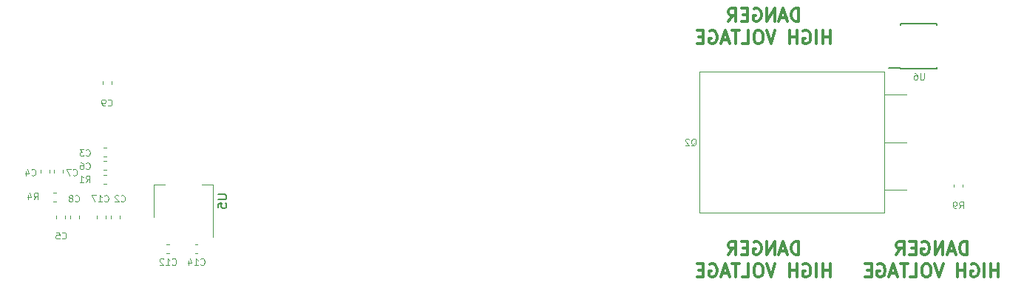
<source format=gbr>
G04 #@! TF.GenerationSoftware,KiCad,Pcbnew,5.0.2-bee76a0~70~ubuntu18.04.1*
G04 #@! TF.CreationDate,2019-10-29T17:05:40+01:00*
G04 #@! TF.ProjectId,emfi,656d6669-2e6b-4696-9361-645f70636258,0.1*
G04 #@! TF.SameCoordinates,Original*
G04 #@! TF.FileFunction,Legend,Bot*
G04 #@! TF.FilePolarity,Positive*
%FSLAX46Y46*%
G04 Gerber Fmt 4.6, Leading zero omitted, Abs format (unit mm)*
G04 Created by KiCad (PCBNEW 5.0.2-bee76a0~70~ubuntu18.04.1) date mar. 29 oct. 2019 17:05:40 CET*
%MOMM*%
%LPD*%
G01*
G04 APERTURE LIST*
%ADD10C,0.300000*%
%ADD11C,0.120000*%
%ADD12C,0.150000*%
%ADD13C,0.125000*%
G04 APERTURE END LIST*
D10*
X165250000Y-59903571D02*
X165250000Y-58403571D01*
X164892857Y-58403571D01*
X164678571Y-58475000D01*
X164535714Y-58617857D01*
X164464285Y-58760714D01*
X164392857Y-59046428D01*
X164392857Y-59260714D01*
X164464285Y-59546428D01*
X164535714Y-59689285D01*
X164678571Y-59832142D01*
X164892857Y-59903571D01*
X165250000Y-59903571D01*
X163821428Y-59475000D02*
X163107142Y-59475000D01*
X163964285Y-59903571D02*
X163464285Y-58403571D01*
X162964285Y-59903571D01*
X162464285Y-59903571D02*
X162464285Y-58403571D01*
X161607142Y-59903571D01*
X161607142Y-58403571D01*
X160107142Y-58475000D02*
X160250000Y-58403571D01*
X160464285Y-58403571D01*
X160678571Y-58475000D01*
X160821428Y-58617857D01*
X160892857Y-58760714D01*
X160964285Y-59046428D01*
X160964285Y-59260714D01*
X160892857Y-59546428D01*
X160821428Y-59689285D01*
X160678571Y-59832142D01*
X160464285Y-59903571D01*
X160321428Y-59903571D01*
X160107142Y-59832142D01*
X160035714Y-59760714D01*
X160035714Y-59260714D01*
X160321428Y-59260714D01*
X159392857Y-59117857D02*
X158892857Y-59117857D01*
X158678571Y-59903571D02*
X159392857Y-59903571D01*
X159392857Y-58403571D01*
X158678571Y-58403571D01*
X157178571Y-59903571D02*
X157678571Y-59189285D01*
X158035714Y-59903571D02*
X158035714Y-58403571D01*
X157464285Y-58403571D01*
X157321428Y-58475000D01*
X157250000Y-58546428D01*
X157178571Y-58689285D01*
X157178571Y-58903571D01*
X157250000Y-59046428D01*
X157321428Y-59117857D01*
X157464285Y-59189285D01*
X158035714Y-59189285D01*
X168821428Y-62453571D02*
X168821428Y-60953571D01*
X168821428Y-61667857D02*
X167964285Y-61667857D01*
X167964285Y-62453571D02*
X167964285Y-60953571D01*
X167250000Y-62453571D02*
X167250000Y-60953571D01*
X165750000Y-61025000D02*
X165892857Y-60953571D01*
X166107142Y-60953571D01*
X166321428Y-61025000D01*
X166464285Y-61167857D01*
X166535714Y-61310714D01*
X166607142Y-61596428D01*
X166607142Y-61810714D01*
X166535714Y-62096428D01*
X166464285Y-62239285D01*
X166321428Y-62382142D01*
X166107142Y-62453571D01*
X165964285Y-62453571D01*
X165750000Y-62382142D01*
X165678571Y-62310714D01*
X165678571Y-61810714D01*
X165964285Y-61810714D01*
X165035714Y-62453571D02*
X165035714Y-60953571D01*
X165035714Y-61667857D02*
X164178571Y-61667857D01*
X164178571Y-62453571D02*
X164178571Y-60953571D01*
X162535714Y-60953571D02*
X162035714Y-62453571D01*
X161535714Y-60953571D01*
X160750000Y-60953571D02*
X160464285Y-60953571D01*
X160321428Y-61025000D01*
X160178571Y-61167857D01*
X160107142Y-61453571D01*
X160107142Y-61953571D01*
X160178571Y-62239285D01*
X160321428Y-62382142D01*
X160464285Y-62453571D01*
X160750000Y-62453571D01*
X160892857Y-62382142D01*
X161035714Y-62239285D01*
X161107142Y-61953571D01*
X161107142Y-61453571D01*
X161035714Y-61167857D01*
X160892857Y-61025000D01*
X160750000Y-60953571D01*
X158750000Y-62453571D02*
X159464285Y-62453571D01*
X159464285Y-60953571D01*
X158464285Y-60953571D02*
X157607142Y-60953571D01*
X158035714Y-62453571D02*
X158035714Y-60953571D01*
X157178571Y-62025000D02*
X156464285Y-62025000D01*
X157321428Y-62453571D02*
X156821428Y-60953571D01*
X156321428Y-62453571D01*
X155035714Y-61025000D02*
X155178571Y-60953571D01*
X155392857Y-60953571D01*
X155607142Y-61025000D01*
X155750000Y-61167857D01*
X155821428Y-61310714D01*
X155892857Y-61596428D01*
X155892857Y-61810714D01*
X155821428Y-62096428D01*
X155750000Y-62239285D01*
X155607142Y-62382142D01*
X155392857Y-62453571D01*
X155250000Y-62453571D01*
X155035714Y-62382142D01*
X154964285Y-62310714D01*
X154964285Y-61810714D01*
X155250000Y-61810714D01*
X154321428Y-61667857D02*
X153821428Y-61667857D01*
X153607142Y-62453571D02*
X154321428Y-62453571D01*
X154321428Y-60953571D01*
X153607142Y-60953571D01*
X146000000Y-33153571D02*
X146000000Y-31653571D01*
X145642857Y-31653571D01*
X145428571Y-31725000D01*
X145285714Y-31867857D01*
X145214285Y-32010714D01*
X145142857Y-32296428D01*
X145142857Y-32510714D01*
X145214285Y-32796428D01*
X145285714Y-32939285D01*
X145428571Y-33082142D01*
X145642857Y-33153571D01*
X146000000Y-33153571D01*
X144571428Y-32725000D02*
X143857142Y-32725000D01*
X144714285Y-33153571D02*
X144214285Y-31653571D01*
X143714285Y-33153571D01*
X143214285Y-33153571D02*
X143214285Y-31653571D01*
X142357142Y-33153571D01*
X142357142Y-31653571D01*
X140857142Y-31725000D02*
X141000000Y-31653571D01*
X141214285Y-31653571D01*
X141428571Y-31725000D01*
X141571428Y-31867857D01*
X141642857Y-32010714D01*
X141714285Y-32296428D01*
X141714285Y-32510714D01*
X141642857Y-32796428D01*
X141571428Y-32939285D01*
X141428571Y-33082142D01*
X141214285Y-33153571D01*
X141071428Y-33153571D01*
X140857142Y-33082142D01*
X140785714Y-33010714D01*
X140785714Y-32510714D01*
X141071428Y-32510714D01*
X140142857Y-32367857D02*
X139642857Y-32367857D01*
X139428571Y-33153571D02*
X140142857Y-33153571D01*
X140142857Y-31653571D01*
X139428571Y-31653571D01*
X137928571Y-33153571D02*
X138428571Y-32439285D01*
X138785714Y-33153571D02*
X138785714Y-31653571D01*
X138214285Y-31653571D01*
X138071428Y-31725000D01*
X138000000Y-31796428D01*
X137928571Y-31939285D01*
X137928571Y-32153571D01*
X138000000Y-32296428D01*
X138071428Y-32367857D01*
X138214285Y-32439285D01*
X138785714Y-32439285D01*
X149571428Y-35703571D02*
X149571428Y-34203571D01*
X149571428Y-34917857D02*
X148714285Y-34917857D01*
X148714285Y-35703571D02*
X148714285Y-34203571D01*
X148000000Y-35703571D02*
X148000000Y-34203571D01*
X146500000Y-34275000D02*
X146642857Y-34203571D01*
X146857142Y-34203571D01*
X147071428Y-34275000D01*
X147214285Y-34417857D01*
X147285714Y-34560714D01*
X147357142Y-34846428D01*
X147357142Y-35060714D01*
X147285714Y-35346428D01*
X147214285Y-35489285D01*
X147071428Y-35632142D01*
X146857142Y-35703571D01*
X146714285Y-35703571D01*
X146500000Y-35632142D01*
X146428571Y-35560714D01*
X146428571Y-35060714D01*
X146714285Y-35060714D01*
X145785714Y-35703571D02*
X145785714Y-34203571D01*
X145785714Y-34917857D02*
X144928571Y-34917857D01*
X144928571Y-35703571D02*
X144928571Y-34203571D01*
X143285714Y-34203571D02*
X142785714Y-35703571D01*
X142285714Y-34203571D01*
X141500000Y-34203571D02*
X141214285Y-34203571D01*
X141071428Y-34275000D01*
X140928571Y-34417857D01*
X140857142Y-34703571D01*
X140857142Y-35203571D01*
X140928571Y-35489285D01*
X141071428Y-35632142D01*
X141214285Y-35703571D01*
X141500000Y-35703571D01*
X141642857Y-35632142D01*
X141785714Y-35489285D01*
X141857142Y-35203571D01*
X141857142Y-34703571D01*
X141785714Y-34417857D01*
X141642857Y-34275000D01*
X141500000Y-34203571D01*
X139500000Y-35703571D02*
X140214285Y-35703571D01*
X140214285Y-34203571D01*
X139214285Y-34203571D02*
X138357142Y-34203571D01*
X138785714Y-35703571D02*
X138785714Y-34203571D01*
X137928571Y-35275000D02*
X137214285Y-35275000D01*
X138071428Y-35703571D02*
X137571428Y-34203571D01*
X137071428Y-35703571D01*
X135785714Y-34275000D02*
X135928571Y-34203571D01*
X136142857Y-34203571D01*
X136357142Y-34275000D01*
X136500000Y-34417857D01*
X136571428Y-34560714D01*
X136642857Y-34846428D01*
X136642857Y-35060714D01*
X136571428Y-35346428D01*
X136500000Y-35489285D01*
X136357142Y-35632142D01*
X136142857Y-35703571D01*
X136000000Y-35703571D01*
X135785714Y-35632142D01*
X135714285Y-35560714D01*
X135714285Y-35060714D01*
X136000000Y-35060714D01*
X135071428Y-34917857D02*
X134571428Y-34917857D01*
X134357142Y-35703571D02*
X135071428Y-35703571D01*
X135071428Y-34203571D01*
X134357142Y-34203571D01*
X146000000Y-59903571D02*
X146000000Y-58403571D01*
X145642857Y-58403571D01*
X145428571Y-58475000D01*
X145285714Y-58617857D01*
X145214285Y-58760714D01*
X145142857Y-59046428D01*
X145142857Y-59260714D01*
X145214285Y-59546428D01*
X145285714Y-59689285D01*
X145428571Y-59832142D01*
X145642857Y-59903571D01*
X146000000Y-59903571D01*
X144571428Y-59475000D02*
X143857142Y-59475000D01*
X144714285Y-59903571D02*
X144214285Y-58403571D01*
X143714285Y-59903571D01*
X143214285Y-59903571D02*
X143214285Y-58403571D01*
X142357142Y-59903571D01*
X142357142Y-58403571D01*
X140857142Y-58475000D02*
X141000000Y-58403571D01*
X141214285Y-58403571D01*
X141428571Y-58475000D01*
X141571428Y-58617857D01*
X141642857Y-58760714D01*
X141714285Y-59046428D01*
X141714285Y-59260714D01*
X141642857Y-59546428D01*
X141571428Y-59689285D01*
X141428571Y-59832142D01*
X141214285Y-59903571D01*
X141071428Y-59903571D01*
X140857142Y-59832142D01*
X140785714Y-59760714D01*
X140785714Y-59260714D01*
X141071428Y-59260714D01*
X140142857Y-59117857D02*
X139642857Y-59117857D01*
X139428571Y-59903571D02*
X140142857Y-59903571D01*
X140142857Y-58403571D01*
X139428571Y-58403571D01*
X137928571Y-59903571D02*
X138428571Y-59189285D01*
X138785714Y-59903571D02*
X138785714Y-58403571D01*
X138214285Y-58403571D01*
X138071428Y-58475000D01*
X138000000Y-58546428D01*
X137928571Y-58689285D01*
X137928571Y-58903571D01*
X138000000Y-59046428D01*
X138071428Y-59117857D01*
X138214285Y-59189285D01*
X138785714Y-59189285D01*
X149571428Y-62453571D02*
X149571428Y-60953571D01*
X149571428Y-61667857D02*
X148714285Y-61667857D01*
X148714285Y-62453571D02*
X148714285Y-60953571D01*
X148000000Y-62453571D02*
X148000000Y-60953571D01*
X146500000Y-61025000D02*
X146642857Y-60953571D01*
X146857142Y-60953571D01*
X147071428Y-61025000D01*
X147214285Y-61167857D01*
X147285714Y-61310714D01*
X147357142Y-61596428D01*
X147357142Y-61810714D01*
X147285714Y-62096428D01*
X147214285Y-62239285D01*
X147071428Y-62382142D01*
X146857142Y-62453571D01*
X146714285Y-62453571D01*
X146500000Y-62382142D01*
X146428571Y-62310714D01*
X146428571Y-61810714D01*
X146714285Y-61810714D01*
X145785714Y-62453571D02*
X145785714Y-60953571D01*
X145785714Y-61667857D02*
X144928571Y-61667857D01*
X144928571Y-62453571D02*
X144928571Y-60953571D01*
X143285714Y-60953571D02*
X142785714Y-62453571D01*
X142285714Y-60953571D01*
X141500000Y-60953571D02*
X141214285Y-60953571D01*
X141071428Y-61025000D01*
X140928571Y-61167857D01*
X140857142Y-61453571D01*
X140857142Y-61953571D01*
X140928571Y-62239285D01*
X141071428Y-62382142D01*
X141214285Y-62453571D01*
X141500000Y-62453571D01*
X141642857Y-62382142D01*
X141785714Y-62239285D01*
X141857142Y-61953571D01*
X141857142Y-61453571D01*
X141785714Y-61167857D01*
X141642857Y-61025000D01*
X141500000Y-60953571D01*
X139500000Y-62453571D02*
X140214285Y-62453571D01*
X140214285Y-60953571D01*
X139214285Y-60953571D02*
X138357142Y-60953571D01*
X138785714Y-62453571D02*
X138785714Y-60953571D01*
X137928571Y-62025000D02*
X137214285Y-62025000D01*
X138071428Y-62453571D02*
X137571428Y-60953571D01*
X137071428Y-62453571D01*
X135785714Y-61025000D02*
X135928571Y-60953571D01*
X136142857Y-60953571D01*
X136357142Y-61025000D01*
X136500000Y-61167857D01*
X136571428Y-61310714D01*
X136642857Y-61596428D01*
X136642857Y-61810714D01*
X136571428Y-62096428D01*
X136500000Y-62239285D01*
X136357142Y-62382142D01*
X136142857Y-62453571D01*
X136000000Y-62453571D01*
X135785714Y-62382142D01*
X135714285Y-62310714D01*
X135714285Y-61810714D01*
X136000000Y-61810714D01*
X135071428Y-61667857D02*
X134571428Y-61667857D01*
X134357142Y-62453571D02*
X135071428Y-62453571D01*
X135071428Y-60953571D01*
X134357142Y-60953571D01*
D11*
G04 #@! TO.C,U5*
X78921079Y-57864277D02*
X78921079Y-51854277D01*
X72101079Y-55614277D02*
X72101079Y-51854277D01*
X78921079Y-51854277D02*
X77661079Y-51854277D01*
X72101079Y-51854277D02*
X73361079Y-51854277D01*
D12*
G04 #@! TO.C,U6*
X157675000Y-38575000D02*
X157675000Y-38525000D01*
X161825000Y-38575000D02*
X161825000Y-38430000D01*
X161825000Y-33425000D02*
X161825000Y-33570000D01*
X157675000Y-33425000D02*
X157675000Y-33570000D01*
X157675000Y-38575000D02*
X161825000Y-38575000D01*
X157675000Y-33425000D02*
X161825000Y-33425000D01*
X157675000Y-38525000D02*
X156275000Y-38525000D01*
D11*
G04 #@! TO.C,R9*
X164760000Y-52162779D02*
X164760000Y-51837221D01*
X163740000Y-52162779D02*
X163740000Y-51837221D01*
G04 #@! TO.C,Q2*
X155790000Y-55070000D02*
X155790000Y-38930000D01*
X134600000Y-55070000D02*
X134600000Y-38930000D01*
X155790000Y-55070000D02*
X134600000Y-55070000D01*
X155790000Y-38930000D02*
X134600000Y-38930000D01*
X158350000Y-52450000D02*
X155790000Y-52450000D01*
X158350000Y-47000000D02*
X155790000Y-47000000D01*
X158350000Y-41550000D02*
X155790000Y-41550000D01*
G04 #@! TO.C,C6*
X66712779Y-49190000D02*
X66387221Y-49190000D01*
X66712779Y-50210000D02*
X66387221Y-50210000D01*
G04 #@! TO.C,C7*
X61710000Y-50187221D02*
X61710000Y-50512779D01*
X60690000Y-50187221D02*
X60690000Y-50512779D01*
G04 #@! TO.C,C12*
X73587221Y-59760000D02*
X73912779Y-59760000D01*
X73587221Y-58740000D02*
X73912779Y-58740000D01*
G04 #@! TO.C,C14*
X76837221Y-59760000D02*
X77162779Y-59760000D01*
X76837221Y-58740000D02*
X77162779Y-58740000D01*
G04 #@! TO.C,C5*
X62010000Y-55762779D02*
X62010000Y-55437221D01*
X60990000Y-55762779D02*
X60990000Y-55437221D01*
G04 #@! TO.C,C2*
X67190000Y-55762779D02*
X67190000Y-55437221D01*
X68210000Y-55762779D02*
X68210000Y-55437221D01*
G04 #@! TO.C,C3*
X66712779Y-47640000D02*
X66387221Y-47640000D01*
X66712779Y-48660000D02*
X66387221Y-48660000D01*
G04 #@! TO.C,C4*
X60160000Y-50187221D02*
X60160000Y-50512779D01*
X59140000Y-50187221D02*
X59140000Y-50512779D01*
G04 #@! TO.C,C17*
X66660000Y-55762779D02*
X66660000Y-55437221D01*
X65640000Y-55762779D02*
X65640000Y-55437221D01*
G04 #@! TO.C,C8*
X63560000Y-55762779D02*
X63560000Y-55437221D01*
X62540000Y-55762779D02*
X62540000Y-55437221D01*
G04 #@! TO.C,C9*
X66290000Y-40037221D02*
X66290000Y-40362779D01*
X67310000Y-40037221D02*
X67310000Y-40362779D01*
G04 #@! TO.C,R4*
X60912779Y-52790000D02*
X60587221Y-52790000D01*
X60912779Y-53810000D02*
X60587221Y-53810000D01*
G04 #@! TO.C,R1*
X66387221Y-51760000D02*
X66712779Y-51760000D01*
X66387221Y-50740000D02*
X66712779Y-50740000D01*
G04 #@! TO.C,U5*
D12*
X79463459Y-53002372D02*
X80272983Y-53002372D01*
X80368221Y-53049991D01*
X80415840Y-53097610D01*
X80463459Y-53192848D01*
X80463459Y-53383324D01*
X80415840Y-53478562D01*
X80368221Y-53526181D01*
X80272983Y-53573800D01*
X79463459Y-53573800D01*
X79463459Y-54526181D02*
X79463459Y-54049991D01*
X79939650Y-54002372D01*
X79892031Y-54049991D01*
X79844412Y-54145229D01*
X79844412Y-54383324D01*
X79892031Y-54478562D01*
X79939650Y-54526181D01*
X80034888Y-54573800D01*
X80272983Y-54573800D01*
X80368221Y-54526181D01*
X80415840Y-54478562D01*
X80463459Y-54383324D01*
X80463459Y-54145229D01*
X80415840Y-54049991D01*
X80368221Y-54002372D01*
G04 #@! TO.C,U6*
D13*
X160321428Y-39089285D02*
X160321428Y-39696428D01*
X160285714Y-39767857D01*
X160250000Y-39803571D01*
X160178571Y-39839285D01*
X160035714Y-39839285D01*
X159964285Y-39803571D01*
X159928571Y-39767857D01*
X159892857Y-39696428D01*
X159892857Y-39089285D01*
X159214285Y-39089285D02*
X159357142Y-39089285D01*
X159428571Y-39125000D01*
X159464285Y-39160714D01*
X159535714Y-39267857D01*
X159571428Y-39410714D01*
X159571428Y-39696428D01*
X159535714Y-39767857D01*
X159500000Y-39803571D01*
X159428571Y-39839285D01*
X159285714Y-39839285D01*
X159214285Y-39803571D01*
X159178571Y-39767857D01*
X159142857Y-39696428D01*
X159142857Y-39517857D01*
X159178571Y-39446428D01*
X159214285Y-39410714D01*
X159285714Y-39375000D01*
X159428571Y-39375000D01*
X159500000Y-39410714D01*
X159535714Y-39446428D01*
X159571428Y-39517857D01*
G04 #@! TO.C,R9*
X164375000Y-54589285D02*
X164625000Y-54232142D01*
X164803571Y-54589285D02*
X164803571Y-53839285D01*
X164517857Y-53839285D01*
X164446428Y-53875000D01*
X164410714Y-53910714D01*
X164375000Y-53982142D01*
X164375000Y-54089285D01*
X164410714Y-54160714D01*
X164446428Y-54196428D01*
X164517857Y-54232142D01*
X164803571Y-54232142D01*
X164017857Y-54589285D02*
X163875000Y-54589285D01*
X163803571Y-54553571D01*
X163767857Y-54517857D01*
X163696428Y-54410714D01*
X163660714Y-54267857D01*
X163660714Y-53982142D01*
X163696428Y-53910714D01*
X163732142Y-53875000D01*
X163803571Y-53839285D01*
X163946428Y-53839285D01*
X164017857Y-53875000D01*
X164053571Y-53910714D01*
X164089285Y-53982142D01*
X164089285Y-54160714D01*
X164053571Y-54232142D01*
X164017857Y-54267857D01*
X163946428Y-54303571D01*
X163803571Y-54303571D01*
X163732142Y-54267857D01*
X163696428Y-54232142D01*
X163660714Y-54160714D01*
G04 #@! TO.C,Q2*
X133671428Y-47410714D02*
X133742857Y-47375000D01*
X133814285Y-47303571D01*
X133921428Y-47196428D01*
X133992857Y-47160714D01*
X134064285Y-47160714D01*
X134028571Y-47339285D02*
X134100000Y-47303571D01*
X134171428Y-47232142D01*
X134207142Y-47089285D01*
X134207142Y-46839285D01*
X134171428Y-46696428D01*
X134100000Y-46625000D01*
X134028571Y-46589285D01*
X133885714Y-46589285D01*
X133814285Y-46625000D01*
X133742857Y-46696428D01*
X133707142Y-46839285D01*
X133707142Y-47089285D01*
X133742857Y-47232142D01*
X133814285Y-47303571D01*
X133885714Y-47339285D01*
X134028571Y-47339285D01*
X133421428Y-46660714D02*
X133385714Y-46625000D01*
X133314285Y-46589285D01*
X133135714Y-46589285D01*
X133064285Y-46625000D01*
X133028571Y-46660714D01*
X132992857Y-46732142D01*
X132992857Y-46803571D01*
X133028571Y-46910714D01*
X133457142Y-47339285D01*
X132992857Y-47339285D01*
G04 #@! TO.C,C6*
X64375000Y-50017857D02*
X64410714Y-50053571D01*
X64517857Y-50089285D01*
X64589285Y-50089285D01*
X64696428Y-50053571D01*
X64767857Y-49982142D01*
X64803571Y-49910714D01*
X64839285Y-49767857D01*
X64839285Y-49660714D01*
X64803571Y-49517857D01*
X64767857Y-49446428D01*
X64696428Y-49375000D01*
X64589285Y-49339285D01*
X64517857Y-49339285D01*
X64410714Y-49375000D01*
X64375000Y-49410714D01*
X63732142Y-49339285D02*
X63875000Y-49339285D01*
X63946428Y-49375000D01*
X63982142Y-49410714D01*
X64053571Y-49517857D01*
X64089285Y-49660714D01*
X64089285Y-49946428D01*
X64053571Y-50017857D01*
X64017857Y-50053571D01*
X63946428Y-50089285D01*
X63803571Y-50089285D01*
X63732142Y-50053571D01*
X63696428Y-50017857D01*
X63660714Y-49946428D01*
X63660714Y-49767857D01*
X63696428Y-49696428D01*
X63732142Y-49660714D01*
X63803571Y-49625000D01*
X63946428Y-49625000D01*
X64017857Y-49660714D01*
X64053571Y-49696428D01*
X64089285Y-49767857D01*
G04 #@! TO.C,C7*
X62875000Y-50767857D02*
X62910714Y-50803571D01*
X63017857Y-50839285D01*
X63089285Y-50839285D01*
X63196428Y-50803571D01*
X63267857Y-50732142D01*
X63303571Y-50660714D01*
X63339285Y-50517857D01*
X63339285Y-50410714D01*
X63303571Y-50267857D01*
X63267857Y-50196428D01*
X63196428Y-50125000D01*
X63089285Y-50089285D01*
X63017857Y-50089285D01*
X62910714Y-50125000D01*
X62875000Y-50160714D01*
X62625000Y-50089285D02*
X62125000Y-50089285D01*
X62446428Y-50839285D01*
G04 #@! TO.C,C12*
X74232142Y-61017857D02*
X74267857Y-61053571D01*
X74375000Y-61089285D01*
X74446428Y-61089285D01*
X74553571Y-61053571D01*
X74625000Y-60982142D01*
X74660714Y-60910714D01*
X74696428Y-60767857D01*
X74696428Y-60660714D01*
X74660714Y-60517857D01*
X74625000Y-60446428D01*
X74553571Y-60375000D01*
X74446428Y-60339285D01*
X74375000Y-60339285D01*
X74267857Y-60375000D01*
X74232142Y-60410714D01*
X73517857Y-61089285D02*
X73946428Y-61089285D01*
X73732142Y-61089285D02*
X73732142Y-60339285D01*
X73803571Y-60446428D01*
X73875000Y-60517857D01*
X73946428Y-60553571D01*
X73232142Y-60410714D02*
X73196428Y-60375000D01*
X73125000Y-60339285D01*
X72946428Y-60339285D01*
X72875000Y-60375000D01*
X72839285Y-60410714D01*
X72803571Y-60482142D01*
X72803571Y-60553571D01*
X72839285Y-60660714D01*
X73267857Y-61089285D01*
X72803571Y-61089285D01*
G04 #@! TO.C,C14*
X77482142Y-61017857D02*
X77517857Y-61053571D01*
X77625000Y-61089285D01*
X77696428Y-61089285D01*
X77803571Y-61053571D01*
X77875000Y-60982142D01*
X77910714Y-60910714D01*
X77946428Y-60767857D01*
X77946428Y-60660714D01*
X77910714Y-60517857D01*
X77875000Y-60446428D01*
X77803571Y-60375000D01*
X77696428Y-60339285D01*
X77625000Y-60339285D01*
X77517857Y-60375000D01*
X77482142Y-60410714D01*
X76767857Y-61089285D02*
X77196428Y-61089285D01*
X76982142Y-61089285D02*
X76982142Y-60339285D01*
X77053571Y-60446428D01*
X77125000Y-60517857D01*
X77196428Y-60553571D01*
X76125000Y-60589285D02*
X76125000Y-61089285D01*
X76303571Y-60303571D02*
X76482142Y-60839285D01*
X76017857Y-60839285D01*
G04 #@! TO.C,C5*
X61625000Y-58017857D02*
X61660714Y-58053571D01*
X61767857Y-58089285D01*
X61839285Y-58089285D01*
X61946428Y-58053571D01*
X62017857Y-57982142D01*
X62053571Y-57910714D01*
X62089285Y-57767857D01*
X62089285Y-57660714D01*
X62053571Y-57517857D01*
X62017857Y-57446428D01*
X61946428Y-57375000D01*
X61839285Y-57339285D01*
X61767857Y-57339285D01*
X61660714Y-57375000D01*
X61625000Y-57410714D01*
X60946428Y-57339285D02*
X61303571Y-57339285D01*
X61339285Y-57696428D01*
X61303571Y-57660714D01*
X61232142Y-57625000D01*
X61053571Y-57625000D01*
X60982142Y-57660714D01*
X60946428Y-57696428D01*
X60910714Y-57767857D01*
X60910714Y-57946428D01*
X60946428Y-58017857D01*
X60982142Y-58053571D01*
X61053571Y-58089285D01*
X61232142Y-58089285D01*
X61303571Y-58053571D01*
X61339285Y-58017857D01*
G04 #@! TO.C,C2*
X68375000Y-53767857D02*
X68410714Y-53803571D01*
X68517857Y-53839285D01*
X68589285Y-53839285D01*
X68696428Y-53803571D01*
X68767857Y-53732142D01*
X68803571Y-53660714D01*
X68839285Y-53517857D01*
X68839285Y-53410714D01*
X68803571Y-53267857D01*
X68767857Y-53196428D01*
X68696428Y-53125000D01*
X68589285Y-53089285D01*
X68517857Y-53089285D01*
X68410714Y-53125000D01*
X68375000Y-53160714D01*
X68089285Y-53160714D02*
X68053571Y-53125000D01*
X67982142Y-53089285D01*
X67803571Y-53089285D01*
X67732142Y-53125000D01*
X67696428Y-53160714D01*
X67660714Y-53232142D01*
X67660714Y-53303571D01*
X67696428Y-53410714D01*
X68125000Y-53839285D01*
X67660714Y-53839285D01*
G04 #@! TO.C,C3*
X64375000Y-48517857D02*
X64410714Y-48553571D01*
X64517857Y-48589285D01*
X64589285Y-48589285D01*
X64696428Y-48553571D01*
X64767857Y-48482142D01*
X64803571Y-48410714D01*
X64839285Y-48267857D01*
X64839285Y-48160714D01*
X64803571Y-48017857D01*
X64767857Y-47946428D01*
X64696428Y-47875000D01*
X64589285Y-47839285D01*
X64517857Y-47839285D01*
X64410714Y-47875000D01*
X64375000Y-47910714D01*
X64125000Y-47839285D02*
X63660714Y-47839285D01*
X63910714Y-48125000D01*
X63803571Y-48125000D01*
X63732142Y-48160714D01*
X63696428Y-48196428D01*
X63660714Y-48267857D01*
X63660714Y-48446428D01*
X63696428Y-48517857D01*
X63732142Y-48553571D01*
X63803571Y-48589285D01*
X64017857Y-48589285D01*
X64089285Y-48553571D01*
X64125000Y-48517857D01*
G04 #@! TO.C,C4*
X58125000Y-50767857D02*
X58160714Y-50803571D01*
X58267857Y-50839285D01*
X58339285Y-50839285D01*
X58446428Y-50803571D01*
X58517857Y-50732142D01*
X58553571Y-50660714D01*
X58589285Y-50517857D01*
X58589285Y-50410714D01*
X58553571Y-50267857D01*
X58517857Y-50196428D01*
X58446428Y-50125000D01*
X58339285Y-50089285D01*
X58267857Y-50089285D01*
X58160714Y-50125000D01*
X58125000Y-50160714D01*
X57482142Y-50339285D02*
X57482142Y-50839285D01*
X57660714Y-50053571D02*
X57839285Y-50589285D01*
X57375000Y-50589285D01*
G04 #@! TO.C,C17*
X66482142Y-53767857D02*
X66517857Y-53803571D01*
X66625000Y-53839285D01*
X66696428Y-53839285D01*
X66803571Y-53803571D01*
X66875000Y-53732142D01*
X66910714Y-53660714D01*
X66946428Y-53517857D01*
X66946428Y-53410714D01*
X66910714Y-53267857D01*
X66875000Y-53196428D01*
X66803571Y-53125000D01*
X66696428Y-53089285D01*
X66625000Y-53089285D01*
X66517857Y-53125000D01*
X66482142Y-53160714D01*
X65767857Y-53839285D02*
X66196428Y-53839285D01*
X65982142Y-53839285D02*
X65982142Y-53089285D01*
X66053571Y-53196428D01*
X66125000Y-53267857D01*
X66196428Y-53303571D01*
X65517857Y-53089285D02*
X65017857Y-53089285D01*
X65339285Y-53839285D01*
G04 #@! TO.C,C8*
X63125000Y-53767857D02*
X63160714Y-53803571D01*
X63267857Y-53839285D01*
X63339285Y-53839285D01*
X63446428Y-53803571D01*
X63517857Y-53732142D01*
X63553571Y-53660714D01*
X63589285Y-53517857D01*
X63589285Y-53410714D01*
X63553571Y-53267857D01*
X63517857Y-53196428D01*
X63446428Y-53125000D01*
X63339285Y-53089285D01*
X63267857Y-53089285D01*
X63160714Y-53125000D01*
X63125000Y-53160714D01*
X62696428Y-53410714D02*
X62767857Y-53375000D01*
X62803571Y-53339285D01*
X62839285Y-53267857D01*
X62839285Y-53232142D01*
X62803571Y-53160714D01*
X62767857Y-53125000D01*
X62696428Y-53089285D01*
X62553571Y-53089285D01*
X62482142Y-53125000D01*
X62446428Y-53160714D01*
X62410714Y-53232142D01*
X62410714Y-53267857D01*
X62446428Y-53339285D01*
X62482142Y-53375000D01*
X62553571Y-53410714D01*
X62696428Y-53410714D01*
X62767857Y-53446428D01*
X62803571Y-53482142D01*
X62839285Y-53553571D01*
X62839285Y-53696428D01*
X62803571Y-53767857D01*
X62767857Y-53803571D01*
X62696428Y-53839285D01*
X62553571Y-53839285D01*
X62482142Y-53803571D01*
X62446428Y-53767857D01*
X62410714Y-53696428D01*
X62410714Y-53553571D01*
X62446428Y-53482142D01*
X62482142Y-53446428D01*
X62553571Y-53410714D01*
G04 #@! TO.C,C9*
X66875000Y-42767857D02*
X66910714Y-42803571D01*
X67017857Y-42839285D01*
X67089285Y-42839285D01*
X67196428Y-42803571D01*
X67267857Y-42732142D01*
X67303571Y-42660714D01*
X67339285Y-42517857D01*
X67339285Y-42410714D01*
X67303571Y-42267857D01*
X67267857Y-42196428D01*
X67196428Y-42125000D01*
X67089285Y-42089285D01*
X67017857Y-42089285D01*
X66910714Y-42125000D01*
X66875000Y-42160714D01*
X66517857Y-42839285D02*
X66375000Y-42839285D01*
X66303571Y-42803571D01*
X66267857Y-42767857D01*
X66196428Y-42660714D01*
X66160714Y-42517857D01*
X66160714Y-42232142D01*
X66196428Y-42160714D01*
X66232142Y-42125000D01*
X66303571Y-42089285D01*
X66446428Y-42089285D01*
X66517857Y-42125000D01*
X66553571Y-42160714D01*
X66589285Y-42232142D01*
X66589285Y-42410714D01*
X66553571Y-42482142D01*
X66517857Y-42517857D01*
X66446428Y-42553571D01*
X66303571Y-42553571D01*
X66232142Y-42517857D01*
X66196428Y-42482142D01*
X66160714Y-42410714D01*
G04 #@! TO.C,R4*
X58375000Y-53589285D02*
X58625000Y-53232142D01*
X58803571Y-53589285D02*
X58803571Y-52839285D01*
X58517857Y-52839285D01*
X58446428Y-52875000D01*
X58410714Y-52910714D01*
X58375000Y-52982142D01*
X58375000Y-53089285D01*
X58410714Y-53160714D01*
X58446428Y-53196428D01*
X58517857Y-53232142D01*
X58803571Y-53232142D01*
X57732142Y-53089285D02*
X57732142Y-53589285D01*
X57910714Y-52803571D02*
X58089285Y-53339285D01*
X57625000Y-53339285D01*
G04 #@! TO.C,R1*
X64375000Y-51589285D02*
X64625000Y-51232142D01*
X64803571Y-51589285D02*
X64803571Y-50839285D01*
X64517857Y-50839285D01*
X64446428Y-50875000D01*
X64410714Y-50910714D01*
X64375000Y-50982142D01*
X64375000Y-51089285D01*
X64410714Y-51160714D01*
X64446428Y-51196428D01*
X64517857Y-51232142D01*
X64803571Y-51232142D01*
X63660714Y-51589285D02*
X64089285Y-51589285D01*
X63875000Y-51589285D02*
X63875000Y-50839285D01*
X63946428Y-50946428D01*
X64017857Y-51017857D01*
X64089285Y-51053571D01*
G04 #@! TD*
M02*

</source>
